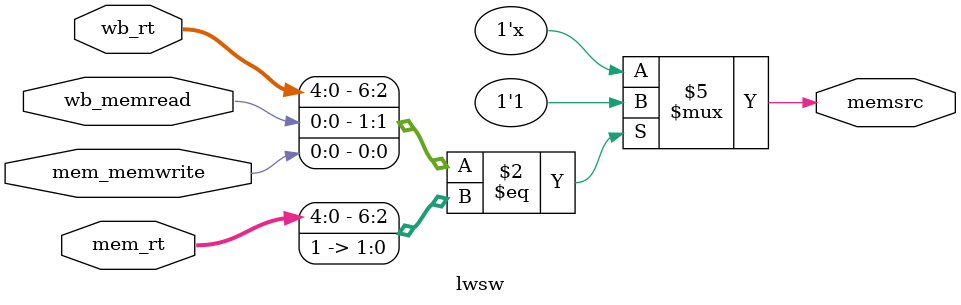
<source format=v>
`timescale 1ns / 1ps


module lwsw(memsrc,wb_rt,mem_rt,wb_memread,mem_memwrite);
input wb_memread,mem_memwrite;
input [4:0] wb_rt,mem_rt;
output memsrc; 

reg memsrc;

initial
   memsrc=0;

always @(wb_rt,mem_rt,wb_memread,mem_memwrite)
   if ({wb_rt,wb_memread,mem_memwrite}=={mem_rt,1'b1,1'b1})
      memsrc=1;
endmodule

</source>
